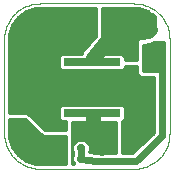
<source format=gbl>
G75*
G70*
%OFA0B0*%
%FSLAX24Y24*%
%IPPOS*%
%LPD*%
%AMOC8*
5,1,8,0,0,1.08239X$1,22.5*
%
%ADD10C,0.0000*%
%ADD11R,0.1890X0.0252*%
%ADD12R,0.1890X0.1157*%
%ADD13C,0.0277*%
%ADD14C,0.0320*%
%ADD15C,0.0400*%
%ADD16C,0.0100*%
%ADD17C,0.0500*%
%ADD18C,0.0240*%
D10*
X001331Y000210D02*
X004481Y000210D01*
X004547Y000212D01*
X004613Y000217D01*
X004679Y000227D01*
X004744Y000240D01*
X004808Y000256D01*
X004871Y000276D01*
X004933Y000300D01*
X004993Y000327D01*
X005052Y000357D01*
X005109Y000391D01*
X005164Y000428D01*
X005217Y000468D01*
X005268Y000510D01*
X005316Y000556D01*
X005362Y000604D01*
X005404Y000655D01*
X005444Y000708D01*
X005481Y000763D01*
X005515Y000820D01*
X005545Y000879D01*
X005572Y000939D01*
X005596Y001001D01*
X005616Y001064D01*
X005632Y001128D01*
X005645Y001193D01*
X005655Y001259D01*
X005660Y001325D01*
X005662Y001391D01*
X005662Y004540D01*
X005660Y004606D01*
X005655Y004672D01*
X005645Y004738D01*
X005632Y004803D01*
X005616Y004867D01*
X005596Y004930D01*
X005572Y004992D01*
X005545Y005052D01*
X005515Y005111D01*
X005481Y005168D01*
X005444Y005223D01*
X005404Y005276D01*
X005362Y005327D01*
X005316Y005375D01*
X005268Y005421D01*
X005217Y005463D01*
X005164Y005503D01*
X005109Y005540D01*
X005052Y005574D01*
X004993Y005604D01*
X004933Y005631D01*
X004871Y005655D01*
X004808Y005675D01*
X004744Y005691D01*
X004679Y005704D01*
X004613Y005714D01*
X004547Y005719D01*
X004481Y005721D01*
X004481Y005722D02*
X001331Y005722D01*
X001331Y005721D02*
X001265Y005719D01*
X001199Y005714D01*
X001133Y005704D01*
X001068Y005691D01*
X001004Y005675D01*
X000941Y005655D01*
X000879Y005631D01*
X000819Y005604D01*
X000760Y005574D01*
X000703Y005540D01*
X000648Y005503D01*
X000595Y005463D01*
X000544Y005421D01*
X000496Y005375D01*
X000450Y005327D01*
X000408Y005276D01*
X000368Y005223D01*
X000331Y005168D01*
X000297Y005111D01*
X000267Y005052D01*
X000240Y004992D01*
X000216Y004930D01*
X000196Y004867D01*
X000180Y004803D01*
X000167Y004738D01*
X000157Y004672D01*
X000152Y004606D01*
X000150Y004540D01*
X000150Y001391D01*
X000152Y001325D01*
X000157Y001259D01*
X000167Y001193D01*
X000180Y001128D01*
X000196Y001064D01*
X000216Y001001D01*
X000240Y000939D01*
X000267Y000879D01*
X000297Y000820D01*
X000331Y000763D01*
X000368Y000708D01*
X000408Y000655D01*
X000450Y000604D01*
X000496Y000556D01*
X000544Y000510D01*
X000595Y000468D01*
X000648Y000428D01*
X000703Y000391D01*
X000760Y000357D01*
X000819Y000327D01*
X000879Y000300D01*
X000941Y000276D01*
X001004Y000256D01*
X001068Y000240D01*
X001133Y000227D01*
X001199Y000217D01*
X001265Y000212D01*
X001331Y000210D01*
D11*
X003079Y002076D03*
X003079Y003769D03*
D12*
X003079Y002922D03*
D13*
X003398Y001538D03*
X003398Y001194D03*
X003398Y000849D03*
X002709Y000899D03*
X002709Y000554D03*
X001479Y000505D03*
X000544Y001292D03*
X005071Y004836D03*
X005071Y005229D03*
X005170Y004344D03*
X005170Y003655D03*
D14*
X005071Y004836D02*
X005071Y005229D01*
D15*
X005071Y004836D02*
X004973Y004737D01*
X004136Y004590D01*
X003693Y004590D01*
X003103Y001785D02*
X003546Y001342D01*
X003398Y001538D01*
X003398Y001194D01*
X003398Y000849D01*
D16*
X000602Y000662D02*
X000412Y000923D01*
X000313Y001230D01*
X000300Y001391D01*
X000300Y001883D01*
X000839Y001883D01*
X001430Y001292D01*
X002214Y001292D01*
X002214Y000360D01*
X001331Y000360D01*
X001170Y000372D01*
X000863Y000472D01*
X000602Y000662D01*
X000573Y000702D02*
X002214Y000702D01*
X002214Y000604D02*
X000682Y000604D01*
X000817Y000505D02*
X002214Y000505D01*
X002214Y000407D02*
X001064Y000407D01*
X000501Y000801D02*
X002214Y000801D01*
X002214Y000899D02*
X000429Y000899D01*
X000388Y000998D02*
X002214Y000998D01*
X002214Y001096D02*
X000356Y001096D01*
X000324Y001195D02*
X002214Y001195D01*
X002414Y001195D02*
X003890Y001195D01*
X003890Y001293D02*
X002414Y001293D01*
X002414Y001392D02*
X003890Y001392D01*
X003890Y001490D02*
X002414Y001490D01*
X002414Y001589D02*
X003890Y001589D01*
X003890Y001687D02*
X002414Y001687D01*
X002414Y001785D02*
X002414Y000360D01*
X002495Y000360D01*
X002464Y000391D01*
X002420Y000497D01*
X002420Y000612D01*
X002439Y000657D01*
X002439Y000796D01*
X002420Y000841D01*
X002420Y000956D01*
X002464Y001062D01*
X002545Y001143D01*
X002652Y001187D01*
X002766Y001187D01*
X002873Y001143D01*
X002954Y001062D01*
X002998Y000956D01*
X002998Y000841D01*
X002979Y000796D01*
X002979Y000776D01*
X003228Y000726D01*
X003890Y000726D01*
X003890Y001785D01*
X002414Y001785D01*
X002214Y001786D02*
X001219Y001786D01*
X001121Y001884D02*
X001988Y001884D01*
X001984Y001888D02*
X002072Y001800D01*
X002214Y001800D01*
X002214Y001492D01*
X001512Y001492D01*
X000922Y002083D01*
X000300Y002083D01*
X000300Y004540D01*
X000313Y004702D01*
X000412Y005009D01*
X000602Y005270D01*
X000863Y005459D01*
X001170Y005559D01*
X001331Y005572D01*
X003198Y005572D01*
X003198Y004626D01*
X002747Y004101D01*
X002729Y004045D01*
X002072Y004045D01*
X001984Y003957D01*
X001984Y003581D01*
X002072Y003493D01*
X004086Y003493D01*
X004174Y003581D01*
X004174Y003651D01*
X004576Y003651D01*
X004576Y003375D01*
X004693Y003258D01*
X005146Y003258D01*
X005146Y001409D01*
X004423Y000726D01*
X004090Y000726D01*
X004090Y001804D01*
X004174Y001888D01*
X004174Y002264D01*
X004086Y002352D01*
X002072Y002352D01*
X001984Y002264D01*
X001984Y001888D01*
X001984Y001983D02*
X001022Y001983D01*
X000924Y002081D02*
X001984Y002081D01*
X001984Y002180D02*
X000300Y002180D01*
X000300Y002278D02*
X001998Y002278D01*
X002214Y001687D02*
X001318Y001687D01*
X001416Y001589D02*
X002214Y001589D01*
X002414Y001096D02*
X002498Y001096D01*
X002438Y000998D02*
X002414Y000998D01*
X002414Y000899D02*
X002420Y000899D01*
X002414Y000801D02*
X002437Y000801D01*
X002439Y000702D02*
X002414Y000702D01*
X002414Y000604D02*
X002420Y000604D01*
X002414Y000505D02*
X002420Y000505D01*
X002414Y000407D02*
X002458Y000407D01*
X002981Y000801D02*
X003890Y000801D01*
X003890Y000899D02*
X002998Y000899D01*
X002981Y000998D02*
X003890Y000998D01*
X003890Y001096D02*
X002920Y001096D01*
X003103Y001932D02*
X003103Y002101D01*
X003079Y002076D01*
X004090Y001786D02*
X005146Y001786D01*
X005146Y001687D02*
X004090Y001687D01*
X004090Y001589D02*
X005146Y001589D01*
X005146Y001490D02*
X004090Y001490D01*
X004090Y001392D02*
X005128Y001392D01*
X005023Y001293D02*
X004090Y001293D01*
X004090Y001195D02*
X004919Y001195D01*
X004815Y001096D02*
X004090Y001096D01*
X004090Y000998D02*
X004711Y000998D01*
X004606Y000899D02*
X004090Y000899D01*
X004090Y000801D02*
X004502Y000801D01*
X004170Y001884D02*
X005146Y001884D01*
X005146Y001983D02*
X004174Y001983D01*
X004174Y002081D02*
X005146Y002081D01*
X005146Y002180D02*
X004174Y002180D01*
X004160Y002278D02*
X005146Y002278D01*
X005146Y002377D02*
X000300Y002377D01*
X000300Y002475D02*
X005146Y002475D01*
X005146Y002574D02*
X000300Y002574D01*
X000300Y002672D02*
X005146Y002672D01*
X005146Y002771D02*
X000300Y002771D01*
X000300Y002869D02*
X005146Y002869D01*
X005146Y002968D02*
X000300Y002968D01*
X000300Y003066D02*
X005146Y003066D01*
X005146Y003165D02*
X000300Y003165D01*
X000300Y003263D02*
X004688Y003263D01*
X004589Y003362D02*
X000300Y003362D01*
X000300Y003460D02*
X004576Y003460D01*
X004576Y003559D02*
X004152Y003559D01*
X004174Y003851D02*
X004174Y003915D01*
X004164Y003953D01*
X004576Y003953D01*
X004576Y004051D02*
X003398Y004051D01*
X003398Y004045D02*
X003398Y005572D01*
X004481Y005572D01*
X004642Y005559D01*
X004936Y005463D01*
X004973Y005426D01*
X004973Y005033D01*
X004874Y004934D01*
X004874Y004642D01*
X004693Y004642D01*
X004576Y004525D01*
X004576Y003851D01*
X004174Y003851D01*
X004174Y003854D02*
X004576Y003854D01*
X004776Y003854D02*
X005465Y003854D01*
X005465Y003756D02*
X004776Y003756D01*
X004776Y003657D02*
X005465Y003657D01*
X005465Y003559D02*
X004776Y003559D01*
X004776Y003460D02*
X005465Y003460D01*
X005465Y003458D02*
X004776Y003458D01*
X004776Y004347D01*
X005003Y004387D01*
X005042Y004387D01*
X005071Y004399D01*
X005102Y004405D01*
X005135Y004426D01*
X005171Y004441D01*
X005173Y004442D01*
X005465Y004442D01*
X005465Y003458D01*
X005465Y003953D02*
X004776Y003953D01*
X004776Y004051D02*
X005465Y004051D01*
X005465Y004150D02*
X004776Y004150D01*
X004776Y004248D02*
X005465Y004248D01*
X005465Y004347D02*
X004776Y004347D01*
X004576Y004347D02*
X003398Y004347D01*
X003398Y004248D02*
X004576Y004248D01*
X004576Y004150D02*
X003398Y004150D01*
X003398Y004045D02*
X004044Y004045D01*
X004082Y004035D01*
X004116Y004015D01*
X004144Y003987D01*
X004164Y003953D01*
X004576Y004445D02*
X003398Y004445D01*
X003398Y004544D02*
X004595Y004544D01*
X004874Y004642D02*
X003398Y004642D01*
X003398Y004741D02*
X004874Y004741D01*
X004874Y004839D02*
X003398Y004839D01*
X003398Y004938D02*
X004878Y004938D01*
X004973Y005036D02*
X003398Y005036D01*
X003398Y005135D02*
X004973Y005135D01*
X004973Y005233D02*
X003398Y005233D01*
X003398Y005332D02*
X004973Y005332D01*
X004969Y005430D02*
X003398Y005430D01*
X003398Y005529D02*
X004735Y005529D01*
X003198Y005529D02*
X001077Y005529D01*
X000823Y005430D02*
X003198Y005430D01*
X003198Y005332D02*
X000688Y005332D01*
X000576Y005233D02*
X003198Y005233D01*
X003198Y005135D02*
X000504Y005135D01*
X000433Y005036D02*
X003198Y005036D01*
X003198Y004938D02*
X000389Y004938D01*
X000357Y004839D02*
X003198Y004839D01*
X003198Y004741D02*
X000325Y004741D01*
X000308Y004642D02*
X003198Y004642D01*
X003127Y004544D02*
X000300Y004544D01*
X000300Y004445D02*
X003043Y004445D01*
X002958Y004347D02*
X000300Y004347D01*
X000300Y004248D02*
X002874Y004248D01*
X002789Y004150D02*
X000300Y004150D01*
X000300Y004051D02*
X002731Y004051D01*
X003103Y003901D02*
X003079Y003828D01*
X003079Y003769D01*
X002006Y003559D02*
X000300Y003559D01*
X000300Y003657D02*
X001984Y003657D01*
X001984Y003756D02*
X000300Y003756D01*
X000300Y003854D02*
X001984Y003854D01*
X001984Y003953D02*
X000300Y003953D01*
X000300Y001786D02*
X000936Y001786D01*
X001035Y001687D02*
X000300Y001687D01*
X000300Y001589D02*
X001133Y001589D01*
X001232Y001490D02*
X000300Y001490D01*
X000300Y001392D02*
X001330Y001392D01*
X001429Y001293D02*
X000308Y001293D01*
D17*
X003103Y001785D02*
X003103Y001932D01*
X003103Y003901D02*
X003693Y004590D01*
D18*
X005170Y004344D02*
X005416Y004196D01*
X005416Y003655D01*
X005170Y003655D01*
X005416Y003655D02*
X005416Y001292D01*
X004530Y000456D01*
X003201Y000456D01*
X002709Y000554D01*
X002709Y000899D01*
M02*

</source>
